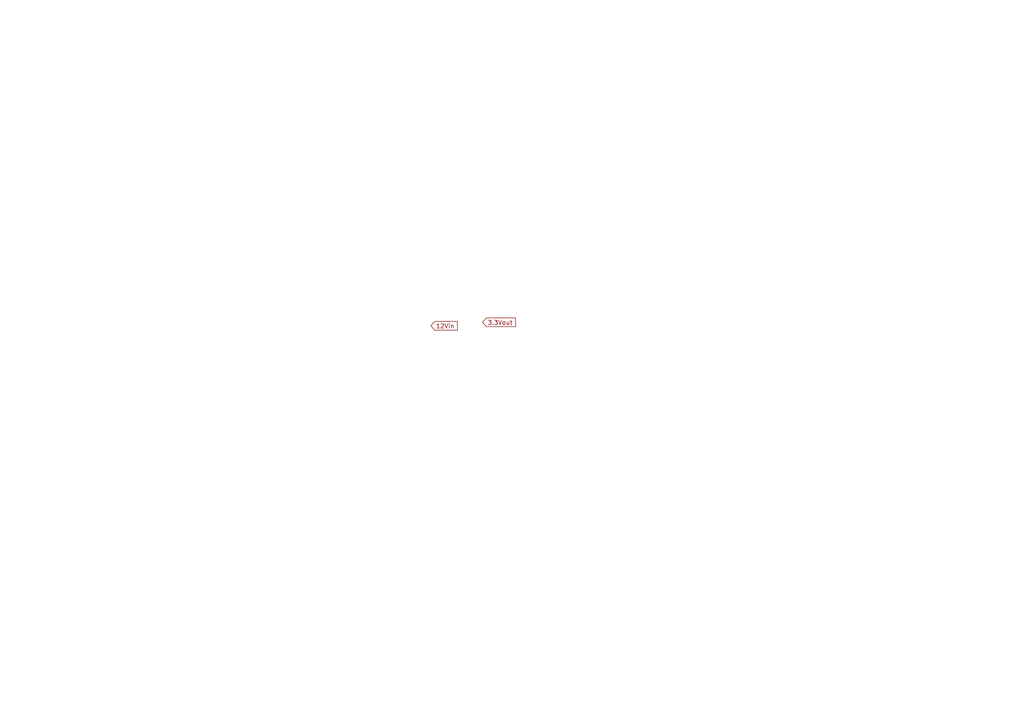
<source format=kicad_sch>
(kicad_sch
	(version 20241004)
	(generator "eeschema")
	(generator_version "8.99")
	(uuid "1bd4be4f-b098-470a-a7b2-99ad7f8f8853")
	(paper "A4")
	(lib_symbols)
	(global_label "3.3Vout"
		(shape input)
		(at 139.954 93.472 0)
		(fields_autoplaced yes)
		(effects
			(font
				(size 1.27 1.27)
			)
			(justify left)
		)
		(uuid "118332ea-7dd1-4b5a-8db7-c5c7812906ff")
		(property "Intersheetrefs" "${INTERSHEET_REFS}"
			(at 150.1774 93.472 0)
			(effects
				(font
					(size 1.27 1.27)
				)
				(justify left)
				(hide yes)
			)
		)
	)
	(global_label "12Vin"
		(shape input)
		(at 124.968 94.488 0)
		(fields_autoplaced yes)
		(effects
			(font
				(size 1.27 1.27)
			)
			(justify left)
		)
		(uuid "24db634e-6fb3-4579-a4f7-46ba9212ee7e")
		(property "Intersheetrefs" "${INTERSHEET_REFS}"
			(at 133.0598 94.488 0)
			(effects
				(font
					(size 1.27 1.27)
				)
				(justify left)
				(hide yes)
			)
		)
	)
)

</source>
